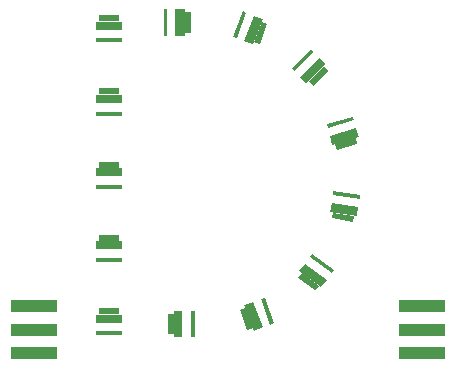
<source format=gts>
G04 #@! TF.FileFunction,Soldermask,Top*
%FSLAX46Y46*%
G04 Gerber Fmt 4.6, Leading zero omitted, Abs format (unit mm)*
G04 Created by KiCad (PCBNEW 4.0.0-rc2-stable) date 3/3/2016 3:43:09 PM*
%MOMM*%
G01*
G04 APERTURE LIST*
%ADD10C,0.150000*%
%ADD11R,0.500000X1.800000*%
%ADD12R,0.320000X2.300000*%
%ADD13R,0.800000X2.300000*%
%ADD14R,1.800000X0.500000*%
%ADD15R,2.300000X0.320000*%
%ADD16R,2.300000X0.800000*%
%ADD17R,4.000000X1.000000*%
%ADD18C,0.600000*%
G04 APERTURE END LIST*
D10*
D11*
X60544450Y-47680200D03*
D12*
X62444450Y-47680200D03*
D13*
X61194450Y-47680200D03*
D10*
G36*
X67036448Y-48218385D02*
X66415182Y-46528999D01*
X66884456Y-46356425D01*
X67505722Y-48045811D01*
X67036448Y-48218385D01*
X67036448Y-48218385D01*
G37*
G36*
X68990446Y-47766178D02*
X68196605Y-45607517D01*
X68496940Y-45497070D01*
X69290781Y-47655731D01*
X68990446Y-47766178D01*
X68990446Y-47766178D01*
G37*
G36*
X67592009Y-48280449D02*
X66798168Y-46121788D01*
X67549007Y-45845669D01*
X68342848Y-48004330D01*
X67592009Y-48280449D01*
X67592009Y-48280449D01*
G37*
G36*
X72781910Y-44868269D02*
X71338068Y-43793412D01*
X71636640Y-43392345D01*
X73080482Y-44467202D01*
X72781910Y-44868269D01*
X72781910Y-44868269D01*
G37*
G36*
X74170759Y-43421307D02*
X72325849Y-42047878D01*
X72516935Y-41791195D01*
X74361845Y-43164624D01*
X74170759Y-43421307D01*
X74170759Y-43421307D01*
G37*
G36*
X73281016Y-44616488D02*
X71436106Y-43243059D01*
X71913820Y-42601352D01*
X73758730Y-43974781D01*
X73281016Y-44616488D01*
X73281016Y-44616488D01*
G37*
G36*
X75989503Y-39050991D02*
X74212417Y-38764698D01*
X74291943Y-38271063D01*
X76069029Y-38557356D01*
X75989503Y-39050991D01*
X75989503Y-39050991D01*
G37*
G36*
X76552834Y-37126087D02*
X74282113Y-36760267D01*
X74333010Y-36444341D01*
X76603731Y-36810161D01*
X76552834Y-37126087D01*
X76552834Y-37126087D01*
G37*
G36*
X76315847Y-38597120D02*
X74045125Y-38231300D01*
X74172367Y-37441484D01*
X76443089Y-37807304D01*
X76315847Y-38597120D01*
X76315847Y-38597120D01*
G37*
G36*
X76356840Y-32458999D02*
X74622804Y-32941825D01*
X74488686Y-32460149D01*
X76222722Y-31977323D01*
X76356840Y-32458999D01*
X76356840Y-32458999D01*
G37*
G36*
X76063887Y-30474867D02*
X73848175Y-31091812D01*
X73762339Y-30783539D01*
X75978051Y-30166594D01*
X76063887Y-30474867D01*
X76063887Y-30474867D01*
G37*
G36*
X76463560Y-31910263D02*
X74247848Y-32527207D01*
X74033258Y-31756525D01*
X76248970Y-31139581D01*
X76463560Y-31910263D01*
X76463560Y-31910263D01*
G37*
G36*
X73867207Y-26265397D02*
X72577878Y-27521434D01*
X72228979Y-27163287D01*
X73518308Y-25907250D01*
X73867207Y-26265397D01*
X73867207Y-26265397D01*
G37*
G36*
X72657662Y-24665522D02*
X71010185Y-26270458D01*
X70786890Y-26041244D01*
X72434367Y-24436308D01*
X72657662Y-24665522D01*
X72657662Y-24665522D01*
G37*
G36*
X73697382Y-25732801D02*
X72049905Y-27337737D01*
X71491666Y-26764701D01*
X73139143Y-25159765D01*
X73697382Y-25732801D01*
X73697382Y-25732801D01*
G37*
G36*
X68716334Y-22276946D02*
X68096102Y-23966713D01*
X67626722Y-23794426D01*
X68246954Y-22104659D01*
X68716334Y-22276946D01*
X68716334Y-22276946D01*
G37*
G36*
X66934347Y-21356555D02*
X66141828Y-23515702D01*
X65841425Y-23405439D01*
X66633944Y-21246292D01*
X66934347Y-21356555D01*
X66934347Y-21356555D01*
G37*
G36*
X68333098Y-21869969D02*
X67540579Y-24029116D01*
X66789572Y-23753457D01*
X67582091Y-21594310D01*
X68333098Y-21869969D01*
X68333098Y-21869969D01*
G37*
G36*
X62256612Y-21297148D02*
X62256600Y-23097148D01*
X61756600Y-23097144D01*
X61756612Y-21297144D01*
X62256612Y-21297148D01*
X62256612Y-21297148D01*
G37*
G36*
X60266613Y-21047135D02*
X60266599Y-23347135D01*
X59946599Y-23347133D01*
X59946613Y-21047133D01*
X60266613Y-21047135D01*
X60266613Y-21047135D01*
G37*
G36*
X61756613Y-21047145D02*
X61756599Y-23347145D01*
X60956599Y-23347139D01*
X60956613Y-21047139D01*
X61756613Y-21047145D01*
X61756613Y-21047145D01*
G37*
D14*
X55361446Y-21801164D03*
D15*
X55361446Y-23701164D03*
D16*
X55361446Y-22451164D03*
D14*
X55361446Y-28003728D03*
D15*
X55361446Y-29903728D03*
D16*
X55361446Y-28653728D03*
D14*
X55361446Y-34206285D03*
D15*
X55361446Y-36106285D03*
D16*
X55361446Y-34856285D03*
D14*
X55361446Y-40408850D03*
D15*
X55361446Y-42308850D03*
D16*
X55361446Y-41058850D03*
D14*
X55361446Y-46611410D03*
D15*
X55361446Y-48511410D03*
D16*
X55361446Y-47261410D03*
D17*
X81795990Y-50192207D03*
X81795990Y-48192207D03*
X81795990Y-46192207D03*
D18*
X80795990Y-50192207D03*
X80795990Y-48192207D03*
X80795990Y-46192207D03*
D17*
X49020844Y-46192207D03*
X49020844Y-48192207D03*
X49020844Y-50192207D03*
D18*
X50020844Y-46192207D03*
X50020844Y-48192207D03*
X50020844Y-50192207D03*
M02*

</source>
